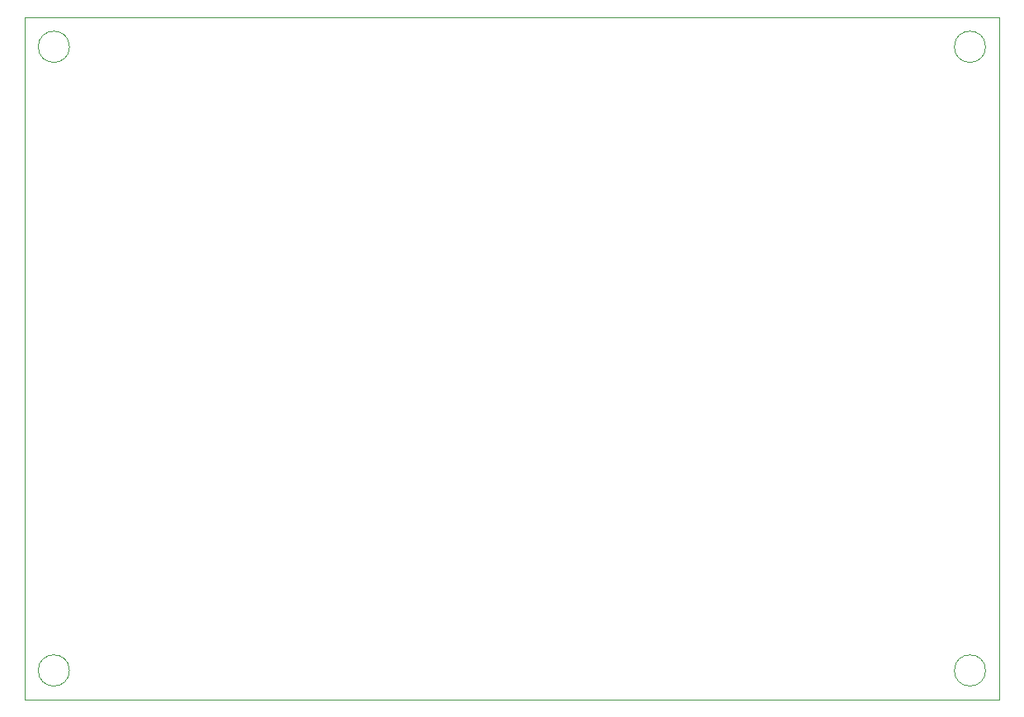
<source format=gbr>
%TF.GenerationSoftware,KiCad,Pcbnew,9.0.6*%
%TF.CreationDate,2025-12-07T15:07:03-05:00*%
%TF.ProjectId,IO_board,494f5f62-6f61-4726-942e-6b696361645f,rev?*%
%TF.SameCoordinates,Original*%
%TF.FileFunction,Profile,NP*%
%FSLAX46Y46*%
G04 Gerber Fmt 4.6, Leading zero omitted, Abs format (unit mm)*
G04 Created by KiCad (PCBNEW 9.0.6) date 2025-12-07 15:07:03*
%MOMM*%
%LPD*%
G01*
G04 APERTURE LIST*
%TA.AperFunction,Profile*%
%ADD10C,0.050000*%
%TD*%
G04 APERTURE END LIST*
D10*
X79600000Y-125400000D02*
G75*
G02*
X76400000Y-125400000I-1600000J0D01*
G01*
X76400000Y-125400000D02*
G75*
G02*
X79600000Y-125400000I1600000J0D01*
G01*
X173600000Y-61400000D02*
G75*
G02*
X170400000Y-61400000I-1600000J0D01*
G01*
X170400000Y-61400000D02*
G75*
G02*
X173600000Y-61400000I1600000J0D01*
G01*
X173600000Y-125400000D02*
G75*
G02*
X170400000Y-125400000I-1600000J0D01*
G01*
X170400000Y-125400000D02*
G75*
G02*
X173600000Y-125400000I1600000J0D01*
G01*
X79600000Y-61400000D02*
G75*
G02*
X76400000Y-61400000I-1600000J0D01*
G01*
X76400000Y-61400000D02*
G75*
G02*
X79600000Y-61400000I1600000J0D01*
G01*
X75000000Y-58400000D02*
X175000000Y-58400000D01*
X175000000Y-128400000D01*
X75000000Y-128400000D01*
X75000000Y-58400000D01*
M02*

</source>
